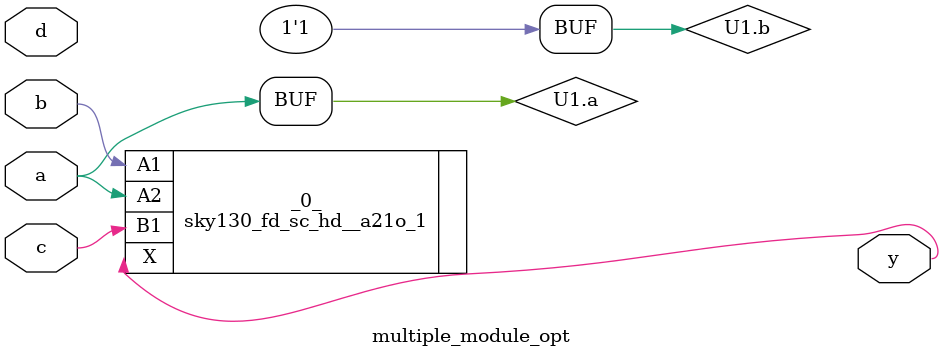
<source format=v>
/* Generated by Yosys 0.47+121 (git sha1 98b4affc4, g++ 13.2.0-23ubuntu4 -fPIC -O3) */

module multiple_module_opt(a, b, c, d, y);
  wire \U1.a ;
  wire \U1.b ;
  input a;
  wire a;
  input b;
  wire b;
  input c;
  wire c;
  input d;
  wire d;
  output y;
  wire y;
  sky130_fd_sc_hd__a21o_1 _0_ (
    .A1(b),
    .A2(a),
    .B1(c),
    .X(y)
  );
  assign \U1.a  = a;
  assign \U1.b  = 1'h1;
endmodule

</source>
